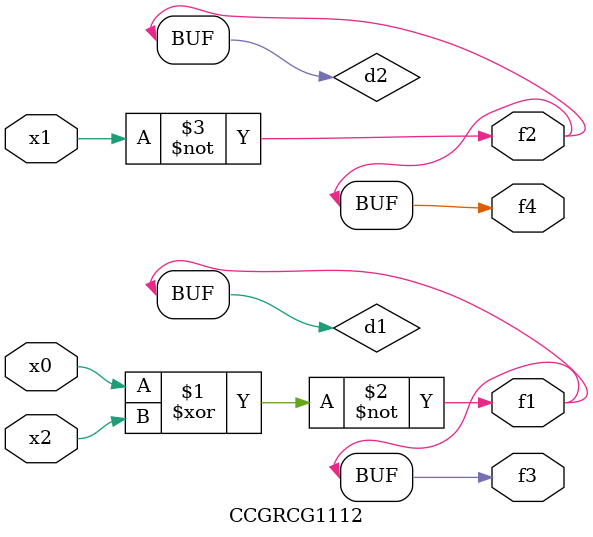
<source format=v>
module CCGRCG1112(
	input x0, x1, x2,
	output f1, f2, f3, f4
);

	wire d1, d2, d3;

	xnor (d1, x0, x2);
	nand (d2, x1);
	nor (d3, x1, x2);
	assign f1 = d1;
	assign f2 = d2;
	assign f3 = d1;
	assign f4 = d2;
endmodule

</source>
